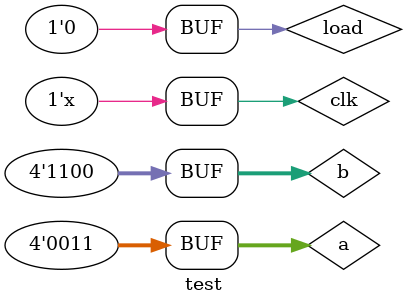
<source format=v>
`timescale 1ns / 1ps
module inmultire(a,b,rez,clk,load,gata);
parameter n=4,n1=8;
input [n-1:0] a,b;
input clk,load;
output [n1-1:0] rez;
output gata;
reg [n-1:0] regA;
reg [n-1:0] regB;           
reg [n-1:0] regQ;           
reg Qn1,gata;         
reg [n-1:0] count;          
reg advance;             

always @(posedge clk)
 begin
 if(load)
    begin
     regA=0;
     regB=a;
     regQ=b;
     Qn1=0;
     gata=0;
     count=n;
     advance=0;
    end
  else if (!gata) 
   
	case({advance,regQ[0],Qn1})
    3'b010: begin               
          	 regA=regA+~regB+1;
				 advance=1;
				end
    3'b001: begin              
             regA=regA+regB;
             advance=1;
				end
    default: begin                
				  {regA,regQ,Qn1}=({regA,regQ,Qn1}>>1);
				  regA[3]=regA[2];
				  advance=0;
				  count=count-1;
				  if(count==0)
				    gata=1;
				 end
   endcase
 end
  assign rez={regA,regQ};        
endmodule

module test;
parameter n=4,n1=8;
reg [n-1:0] a,b;
reg clk,load;
wire [n1-1:0] rez;
wire gata;
initial begin
		a = 3;
		b = -4;
		clk = 0;
		load = 0;

		#10 load=1;
		#10 load=0;
		
	end
always begin
        #1 clk = !clk;
    end
    inmultire booth (a,b,rez,clk, load,gata);
endmodule



</source>
